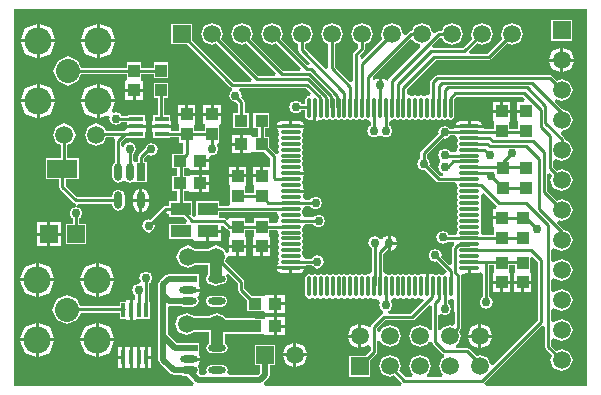
<source format=gtl>
%FSTAX23Y23*%
%MOIN*%
%SFA1B1*%

%IPPOS*%
%ADD10R,0.039370X0.043307*%
%ADD11R,0.043307X0.039370*%
%ADD12R,0.066929X0.043307*%
%ADD13R,0.045275X0.017717*%
%ADD14R,0.059055X0.059055*%
%ADD15R,0.100039X0.059055*%
%ADD16R,0.013780X0.047244*%
%ADD17R,0.027559X0.059055*%
%ADD18O,0.027559X0.059055*%
%ADD19O,0.011811X0.070866*%
%ADD20O,0.070866X0.011811*%
%ADD21R,0.059055X0.023622*%
%ADD22O,0.059055X0.023622*%
%ADD23C,0.010000*%
%ADD24C,0.039370*%
%ADD25C,0.019685*%
%ADD26C,0.030000*%
%ADD27C,0.059055*%
%ADD28C,0.080000*%
%ADD29C,0.090000*%
%ADD30R,0.059055X0.059055*%
%ADD31C,0.010000*%
%LNfpga_radio-1*%
%LPD*%
G36*
X02435Y02648D02*
X02437Y02641D01*
X02457Y02633*
X02459Y02623*
X02356Y0252*
X02353Y02512*
X02344Y02516*
X0233Y02522*
Y02497*
X0232*
Y02522*
X02306Y02516*
X02306Y02515*
X02303Y02515*
X023Y02525*
X02425Y0265*
X02435Y02648*
G37*
G36*
X0285Y01909D02*
Y01712D01*
X02702Y01565*
X02692Y01567*
X02684Y01587*
X02657Y01598*
X02648Y01594*
X02623Y01618*
X02616Y01622*
X02579*
X02577Y01631*
X02584Y01634*
X02595Y01661*
X02588Y01676*
X02592Y0168*
X02593Y01682*
X02595Y01688*
Y01864*
X02612Y01871*
X02617*
Y01888*
X02627*
Y01871*
X02651*
X0266Y01874*
X02668Y01869*
Y0179*
X02663Y01788*
X02657Y01773*
X02663Y01758*
X02679Y01751*
X02694Y01758*
X027Y01773*
X02694Y01788*
X02689Y0179*
Y01897*
X02705*
Y0188*
Y01876*
X027Y01871*
Y01845*
X02759*
Y01871*
X02754*
Y0188*
Y01897*
X02775*
Y0188*
Y01876*
X0277Y01871*
Y01845*
X02829*
Y01871*
X02824*
Y0188*
Y01922*
X02833Y01926*
X0285Y01909*
G37*
G36*
X02712Y02097D02*
X02714Y02096D01*
X02712Y02086*
X027*
Y0206*
X0273*
Y0205*
X027*
Y02023*
X02705*
Y02014*
Y01998*
X02668*
X02663Y02006*
X02663Y02006*
X0266Y02015*
X02663Y02026*
X0266Y02034*
X02663Y02046*
X02663Y02046*
X0266Y02054*
Y02057*
X02663Y02065*
X0266Y02074*
X02663Y02085*
X0266Y02093*
X02663Y02104*
X02663Y02105*
X0266Y02113*
X02663Y02125*
X02661Y02129*
X02665Y02136*
X0267Y02139*
X02712Y02097*
G37*
G36*
X02573Y01782D02*
X02574Y017D01*
X02565Y01695*
X02557Y01698*
X02531Y01687*
X02528Y0168*
X02518Y01682*
Y0173*
X02527Y01736*
X02541Y0173*
X02556Y01736*
X02562Y01751*
X02556Y01767*
X02552Y01769*
Y01781*
X0256Y01786*
X02561Y01786*
X02564Y01787*
X02573Y01782*
G37*
G36*
X02454Y01789D02*
X02462Y01786D01*
X02463Y01786*
X02464Y01787*
X0247Y01778*
X02426Y01735*
X02354*
X02352Y01745*
X0236Y01748*
X02366Y01763*
X0236Y01777*
X02364Y01786*
X02372Y01789*
X02375*
X02384Y01786*
X02392Y01789*
X02395*
X02403Y01786*
X02403Y01786*
X02412Y01789*
X02415*
X02423Y01786*
X02431Y01789*
X02434*
X02443Y01786*
X02443Y01786*
X02451Y01789*
X02454*
G37*
G36*
X02581Y02322D02*
X0258Y02321D01*
X02584Y02313*
Y0231*
X0258Y02302*
X02581Y02301*
X02584Y02293*
Y0229*
X0258Y02282*
X02581Y02281*
X02575Y02273*
X02558*
X02555Y0228*
X0254Y02286*
X02524Y0228*
X02518Y02265*
X02524Y02249*
Y0224*
X02518Y02225*
X02524Y02209*
X02536Y02204*
X02534Y02194*
X02525*
X02489Y0223*
X02491Y02235*
X02485Y0225*
X0248Y02252*
Y02265*
X02535Y0232*
X0254Y02318*
X02555Y02324*
X02557Y0233*
X02575*
X02581Y02322*
G37*
G36*
X03015Y01496D02*
X02677D01*
X02673Y01505*
X02862Y01694*
X02872Y01693*
X02874Y0169*
Y01625*
X02877Y01617*
X02898Y01595*
X02892Y01581*
X02903Y01554*
X0293Y01543*
X02956Y01554*
X02967Y01581*
X02956Y01607*
X0293Y01618*
X02913Y01611*
X02895Y01629*
Y01649*
X02903Y01654*
X0293Y01643*
X02956Y01654*
X02967Y01681*
X02956Y01707*
X0293Y01718*
X02903Y01707*
X02895Y01713*
Y01749*
X02903Y01754*
X0293Y01743*
X02956Y01754*
X02967Y01781*
X02956Y01807*
X0293Y01818*
X02903Y01807*
X02895Y01813*
Y01849*
X02903Y01854*
X0293Y01843*
X02956Y01854*
X02967Y01881*
X02956Y01907*
X0293Y01918*
X02903Y01907*
X02895Y01913*
Y01949*
X02903Y01954*
X0293Y01943*
X02956Y01954*
X02967Y01981*
X02956Y02007*
X02938Y02015*
X02937Y02016*
X02915Y02039*
X0292Y02047*
X0293Y02043*
X02956Y02054*
X02967Y02081*
X02956Y02107*
X0293Y02118*
X02913Y02111*
X0288Y02144*
Y022*
X0289Y02204*
X02898Y02195*
X02892Y02181*
X02903Y02154*
X0293Y02143*
X02956Y02154*
X02967Y02181*
X02956Y02207*
X0293Y02218*
X02913Y02211*
X029Y02224*
Y02246*
X02909Y02252*
X0293Y02243*
X02956Y02254*
X02967Y02281*
X02956Y02307*
X0294Y02314*
Y02317*
X02938Y02322*
X02937Y02324*
X02928Y02334*
X0293Y02343*
X02956Y02354*
X02967Y02381*
X02956Y02407*
X02933Y02417*
X02908Y02442*
X02913Y0245*
X0293Y02443*
X02956Y02454*
X02967Y02481*
X02956Y02507*
X0293Y02518*
X02913Y02511*
X02897Y02527*
X0289Y0253*
X02515*
X02511Y02529*
X02507Y02527*
X02494Y02514*
X02491Y02507*
Y02468*
X02483Y02463*
X02482Y02463*
X02474Y0246*
X02471*
X02462Y02463*
X02454Y0246*
X02451*
X02443Y02463*
X02443Y02463*
X02434Y0246*
X02431*
X02423Y02463*
X02422Y02463*
X02414Y02468*
Y02483*
X02511Y0258*
X02687*
X02695Y02583*
X02748Y02637*
X02764Y0263*
X0279Y02641*
X02801Y02668*
X0279Y02694*
X02764Y02705*
X02737Y02694*
X02727Y02668*
X02733Y02652*
X02683Y02602*
X02626*
X02622Y02611*
X02648Y02637*
X02664Y0263*
X0269Y02641*
X02701Y02668*
X0269Y02694*
X02664Y02705*
X02637Y02694*
X02627Y02668*
X02633Y02652*
X02601Y02621*
X02503*
X02498Y02629*
X02499Y02632*
X02523Y02655*
X02532Y02653*
X02537Y02641*
X02564Y0263*
X0259Y02641*
X02601Y02668*
X0259Y02694*
X02564Y02705*
X02537Y02694*
X02531Y02679*
X0252*
X02514Y02676*
X02512Y02675*
X02509Y02672*
X02499Y02674*
X0249Y02694*
X02464Y02705*
X02437Y02694*
X02431Y02679*
X02428*
X02422Y02676*
X0242Y02675*
X02411Y02666*
X02401Y02668*
X0239Y02694*
X02364Y02705*
X02337Y02694*
X02327Y02668*
X02333Y02652*
X02266Y02585*
X0226Y02587*
X02258Y02597*
X02272Y0261*
X02275Y02618*
Y02635*
X0229Y02641*
X02301Y02668*
X0229Y02694*
X02264Y02705*
X02237Y02694*
X02227Y02668*
X02237Y02641*
X02253Y02635*
Y02622*
X02238Y02607*
X02235Y026*
Y02511*
X02226Y02507*
X02175Y02558*
Y02635*
X0219Y02641*
X02201Y02668*
X0219Y02694*
X02164Y02705*
X02137Y02694*
X02127Y02668*
X02137Y02641*
X02153Y02635*
Y02554*
X02144Y0255*
X02075Y02619*
Y02635*
X0209Y02641*
X02101Y02668*
X0209Y02694*
X02064Y02705*
X02037Y02694*
X02027Y02668*
X02037Y02641*
X02053Y02635*
Y02614*
X02056Y02607*
X02088Y02575*
X0209Y02571*
X02084Y02566*
X02081Y02566*
X01995Y02652*
X02001Y02668*
X0199Y02694*
X01964Y02705*
X01937Y02694*
X01927Y02668*
X01937Y02641*
X01964Y0263*
X01979Y02637*
X02061Y02555*
X02058Y02546*
X02001*
X01895Y02652*
X01901Y02668*
X0189Y02694*
X01864Y02705*
X01837Y02694*
X01827Y02668*
X01837Y02641*
X01864Y0263*
X01879Y02637*
X01979Y02537*
X01975Y02528*
X01919*
X01795Y02652*
X01801Y02668*
X0179Y02694*
X01764Y02705*
X01737Y02694*
X01727Y02668*
X01737Y02641*
X01764Y0263*
X01779Y02637*
X01898Y02519*
X01894Y02509*
X01838*
X01698Y02649*
Y02702*
X01629*
Y02633*
X01683*
X01826Y02491*
X01828Y0249*
X0183Y02489*
Y02479*
X01827Y02477*
X0182Y02462*
X01827Y02447*
X01842Y0244*
X01844Y02441*
X01852Y02436*
Y02403*
X01836*
Y02354*
X01889*
Y02403*
X01874*
Y02441*
X01872Y02445*
X0187Y02449*
X01862Y02458*
X01864Y02462*
X01857Y02477*
X01856Y02478*
X01858Y02488*
X02079*
X02096Y02471*
X0209Y02462*
X02089Y02463*
X02088Y02463*
X0208Y0246*
X0208Y02459*
X02076Y02451*
Y02435*
X02062*
X0206Y0244*
X02045Y02446*
X02029Y0244*
X02023Y02425*
X02029Y02409*
X02045Y02403*
X0206Y02409*
X02062Y02414*
X02076*
Y02392*
X0208Y02385*
X0208Y02384*
X02088Y0238*
X02089Y02381*
X02092Y02382*
X02096Y0238*
X02103Y02377*
Y02422*
X02113*
Y02377*
X0212Y0238*
X02124Y02382*
X02128Y0238*
X02136Y02384*
X02139*
X02147Y0238*
X02148Y02381*
X02156Y02384*
X02159*
X02167Y0238*
X02175Y02384*
X02178*
X02187Y0238*
X02195Y02384*
X02198*
X02206Y02381*
X02206Y0238*
X02215Y02384*
X02218*
X02226Y0238*
X02234Y02384*
X02237*
X02246Y0238*
X02246Y02381*
X02254Y02384*
X02257*
X02265Y0238*
X02274Y02384*
X02277*
X02285Y0238*
X02286Y02381*
X02294Y02375*
Y02362*
X02289Y0236*
X02283Y02345*
X02289Y02329*
X02305Y02323*
X0232Y02329*
X02329*
X02345Y02323*
X0236Y02329*
X02366Y02345*
X0236Y0236*
X02355Y02362*
Y02375*
X02364Y02381*
X02364Y0238*
X02372Y02384*
X02375*
X02384Y0238*
X02392Y02384*
X02395*
X02403Y02381*
X02403Y0238*
X02412Y02384*
X02415*
X02423Y0238*
X02431Y02384*
X02434*
X02443Y0238*
X02443Y02381*
X02451Y02384*
X02454*
X02462Y0238*
X02471Y02384*
X02474*
X02482Y0238*
X0249Y02384*
X02493*
X02502Y0238*
X0251Y02384*
X02513*
X02521Y02381*
X02521Y0238*
X0253Y02384*
X02533*
X02541Y0238*
X02542Y02381*
X02549Y02384*
X02552*
X02561Y0238*
X02561Y02381*
X02569Y02384*
X02573Y02392*
Y02451*
X02572Y02452*
X02579Y02459*
X028*
X02809Y0245*
X02805Y02441*
X0278*
Y02415*
X0281*
Y02405*
X0278*
Y02378*
X02785*
Y02369*
Y02352*
X02754*
Y02369*
Y02373*
X02759Y02378*
Y02405*
X027*
Y02378*
X02705*
Y02369*
Y02352*
X02674*
X02671Y02356*
X02572*
X0257Y02352*
X02556*
X02555Y02355*
X0254Y02361*
X02524Y02355*
X02518Y0234*
X0252Y02335*
X02462Y02277*
X02459Y0227*
Y02252*
X02454Y0225*
X02448Y02235*
X02454Y02219*
X0247Y02213*
X02474Y02215*
X02513Y02176*
X02515Y02175*
X0252Y02173*
X02575*
X02581Y02164*
X0258Y02164*
X02584Y02156*
Y02153*
X02581Y02145*
X0258Y02144*
X02584Y02136*
Y02133*
X0258Y02125*
X02584Y02116*
Y02113*
X0258Y02105*
X02581Y02104*
X02584Y02096*
Y02093*
X0258Y02085*
X02584Y02077*
Y02074*
X0258Y02065*
X02584Y02057*
Y02054*
X02581Y02046*
X0258Y02046*
X02584Y02037*
Y02034*
X0258Y02026*
X02584Y02018*
Y02015*
X0258Y02006*
X02581Y02006*
X02575Y01998*
X02553*
X0255Y02005*
X02535Y02011*
X02519Y02005*
X02513Y0199*
X02519Y01974*
X02535Y01968*
X0255Y01974*
X02551Y01976*
X02568*
X0257Y01975*
X02572Y01965*
X02569Y01962*
X02565Y01954*
Y01902*
X02556Y01898*
X02528Y01926*
X0253Y01931*
X02524Y01946*
X02508Y01952*
X02493Y01946*
X02487Y01931*
X02493Y01915*
X02508Y01909*
X02513Y01911*
X02547Y01877*
X02541Y01868*
X02541Y01869*
X02533Y01865*
X0253*
X02521Y01869*
X02521Y01868*
X02513Y01865*
X0251*
X02502Y01869*
X02501Y01868*
X02498Y01867*
X02494Y01869*
X02487Y01872*
Y01827*
X02477*
Y01872*
X0247Y01869*
X02466Y01867*
X02463Y01868*
X02462Y01869*
X02454Y01865*
X02451*
X02443Y01868*
X02443Y01869*
X02434Y01865*
X02431*
X02423Y01869*
X02415Y01865*
X02412*
X02403Y01869*
X02403Y01868*
X02395Y01865*
X02392*
X02384Y01869*
X02375Y01865*
X02372*
X02364Y01869*
X02356Y01865*
X02353*
X02344Y01869*
X02344Y01868*
X02335Y01874*
Y01936*
X02347Y01947*
X0235Y01946*
Y01971*
Y01996*
X02336Y0199*
X02334Y01985*
X02324*
X02323Y01987*
X02308Y01994*
X02292Y01987*
X02286Y01972*
X02292Y01957*
X02297Y01955*
Y01873*
X02288Y01867*
X02285Y01869*
X02277Y01865*
X02274*
X02265Y01869*
X02257Y01865*
X02254*
X02246Y01868*
X02246Y01869*
X02237Y01865*
X02234*
X02226Y01869*
X02218Y01865*
X02215*
X02206Y01869*
X02206Y01868*
X02198Y01865*
X02195*
X02187Y01869*
X02178Y01865*
X02175*
X02167Y01869*
X02159Y01865*
X02156*
X02148Y01868*
X02147Y01869*
X02139Y01865*
X02136*
X02128Y01869*
X02119Y01865*
X02116*
X02108Y01869*
X02107Y01868*
X021Y01865*
X02097*
X02088Y01869*
X02088Y01868*
X0208Y01865*
X02076Y01857*
Y01798*
X0208Y01789*
X02088Y01786*
X02088Y01786*
X02097Y01789*
X021*
X02107Y01786*
X02108Y01786*
X02116Y01789*
X02119*
X02128Y01786*
X02136Y01789*
X02139*
X02147Y01786*
X02148Y01786*
X02156Y01789*
X02159*
X02167Y01786*
X02175Y01789*
X02178*
X02187Y01786*
X02195Y01789*
X02198*
X02206Y01786*
X02206Y01786*
X02215Y01789*
X02218*
X02226Y01786*
X02234Y01789*
X02237*
X02246Y01786*
X02246Y01786*
X02254Y01789*
X02257*
X02265Y01786*
X02274Y01789*
X02277*
X02285Y01786*
X02293Y01789*
X02296*
X02305Y01786*
X02308Y01787*
X02312Y01786*
X02323Y01781*
X02326Y01772*
X02323Y01763*
X02329Y01748*
X02336Y01745*
Y01735*
X02332Y01733*
X0233Y01732*
X02298Y017*
X02295Y01692*
X02294Y01692*
X02288Y01691*
X02262Y01701*
Y01661*
Y0162*
X02286Y0163*
X02295Y01624*
Y01613*
X02277Y01595*
X02223*
Y01526*
X02292*
Y0158*
X02313Y01601*
X02314Y01603*
X02316Y01609*
Y01644*
X02326Y01645*
X02331Y01634*
X02357Y01623*
X02384Y01634*
X02395Y01661*
X02384Y01687*
X02357Y01698*
X02331Y01687*
X02326Y01676*
X02316Y01678*
Y01688*
X02342Y01713*
X02431*
X02438Y01716*
X02487Y01765*
X02497Y01761*
Y01682*
X02487Y0168*
X02484Y01687*
X02457Y01698*
X02431Y01687*
X0242Y01661*
X02431Y01634*
X02457Y01623*
X02484Y01634*
X02486Y0164*
X02497*
X025Y01633*
X02529Y01603*
X02537Y016*
Y01589*
X02531Y01587*
X0252Y01561*
X02531Y01534*
X02534Y01533*
X02532Y01523*
X02483*
X02481Y01533*
X02484Y01534*
X02495Y01561*
X02484Y01587*
X02457Y01598*
X02431Y01587*
X0242Y01561*
X02431Y01534*
X02434Y01533*
X02432Y01523*
X0241*
X02388Y01545*
X02395Y01561*
X02384Y01587*
X02357Y01598*
X02331Y01587*
X0232Y01561*
X02331Y01534*
X02357Y01523*
X02373Y0153*
X02398Y01505*
X02394Y01496*
X01941*
X01937Y01505*
X01953Y01521*
X01954Y01524*
X01957Y01532*
Y01563*
X01976*
Y01632*
X01907*
Y01563*
X01925*
Y01539*
X01919Y01532*
X0182*
X01814Y01541*
X01817Y01547*
X01812Y0156*
X01799Y01565*
X01763*
X0175Y0156*
X01745Y01547*
X01748Y01541*
X01742Y01532*
X01725*
X0172Y01541*
X01722Y01547*
X01717Y0156*
X01721Y01567*
X01726Y01579*
X01687*
Y01589*
X01726*
X01721Y01601*
X0172Y01601*
X01721Y01605*
Y01638*
X01652*
Y01638*
X01647*
X01618Y01667*
Y01759*
X01622Y01761*
X01663*
X01668Y01759*
X01703*
X01716Y01764*
X01721Y01777*
X01716Y0179*
X0172Y01798*
X01725Y01809*
X01686*
Y01819*
X01725*
X0172Y01831*
X01719Y01831*
X0172Y01835*
Y01869*
X01651*
Y01868*
X0162*
X01614Y01866*
X01608Y01863*
X0159Y01846*
X01586Y01834*
Y01797*
Y0166*
Y01582*
X0159Y01571*
X01626Y01535*
X01632Y01533*
X01637Y01531*
X01664*
X01669Y01529*
X01682*
X01706Y01505*
X01702Y01496*
X01106*
Y0275*
X01108Y02751*
X01108Y02752*
X03015*
Y01496*
G37*
%LNfpga_radio-2*%
%LPC*%
G36*
X01778Y01963D02*
X01752Y01952D01*
X01709*
X01684Y01963*
X01657Y01952*
X01646Y01926*
X01657Y01899*
X01684Y01888*
X01709Y01899*
X01751*
Y01866*
X01749Y01865*
X01744Y01852*
X01749Y01839*
X01759Y01835*
Y01835*
X01778Y01827*
X01794Y01834*
X01798*
X01811Y01839*
X01816Y01852*
X01811Y01863*
X01819Y01869*
X01851Y01838*
Y01814*
X01854Y01807*
X01881Y0178*
Y01744*
X01935*
X01938*
X01943Y01739*
X0197*
Y01768*
Y01798*
X01943*
Y01793*
X01935*
X01899*
X01873Y01819*
Y01842*
X0187Y01847*
X01869Y0185*
X01809Y0191*
X01815Y01926*
X01816Y01926*
X0182Y01928*
X01845*
Y01955*
X0182*
Y01941*
X0181Y01939*
X01804Y01952*
X01778Y01963*
G37*
G36*
X01377Y01844D02*
X01325D01*
X0134Y01806*
X01377Y01791*
Y01844*
G37*
G36*
X02759Y01835D02*
X02735D01*
Y01808*
X02759*
Y01835*
G37*
G36*
X02725D02*
X027D01*
Y01808*
X02725*
Y01835*
G37*
G36*
X01439Y01844D02*
X01387D01*
Y01791*
X01424Y01806*
X01439Y01844*
G37*
G36*
X01239D02*
X01187D01*
Y01791*
X01224Y01806*
X01239Y01844*
G37*
G36*
X01798Y01795D02*
X01762D01*
X01749Y0179*
X01744Y01777*
X01749Y01764*
X01762Y01759*
X01798*
X01811Y01764*
X01816Y01777*
X01811Y0179*
X01798Y01795*
G37*
G36*
X02007Y01763D02*
X0198D01*
Y01739*
X02007*
Y01763*
G37*
G36*
Y01798D02*
X0198D01*
Y01773*
X02007*
Y01798*
G37*
G36*
X01177Y01844D02*
X01125D01*
X0114Y01806*
X01177Y01791*
Y01844*
G37*
G36*
X01216Y01996D02*
X01181D01*
Y01962*
X01216*
Y01996*
G37*
G36*
X02795Y01835D02*
X0277D01*
Y01808*
X02795*
Y01835*
G37*
G36*
X01387Y01906D02*
Y01854D01*
X01439*
X01424Y01891*
X01387Y01906*
G37*
G36*
X01925Y01955D02*
X019D01*
Y01928*
X01925*
Y01955*
G37*
G36*
X01377Y01906D02*
X0134Y01891D01*
X01325Y01854*
X01377*
Y01906*
G37*
G36*
X01879Y01955D02*
X01855D01*
Y01928*
X01879*
Y01955*
G37*
G36*
X02072Y01883D02*
X02032D01*
Y01871*
X02057*
X02069Y01876*
X02072Y01883*
G37*
G36*
X02022D02*
X01983D01*
X01986Y01876*
X01998Y01871*
X02022*
Y01883*
G37*
G36*
X0238Y01966D02*
X0236D01*
Y01946*
X02374Y01952*
X0238Y01966*
G37*
G36*
X01545Y01876D02*
X01529Y0187D01*
X01523Y01855*
X01528Y01843*
X01521Y01836*
X0152Y01836*
X01504Y0183*
X01498Y01815*
X01504Y01799*
X01509Y01797*
Y01781*
X015*
Y01748*
Y01714*
X01511*
Y01719*
X01532*
X01534*
X01558*
Y01776*
X01555*
Y01837*
X0156Y01839*
X01566Y01855*
X0156Y0187*
X01545Y01876*
G37*
G36*
X02829Y01835D02*
X02805D01*
Y01808*
X02829*
Y01835*
G37*
G36*
X01187Y01906D02*
Y01854D01*
X01239*
X01224Y01891*
X01187Y01906*
G37*
G36*
X01177D02*
X0114Y01891D01*
X01125Y01854*
X01177*
Y01906*
G37*
G36*
X01959Y01955D02*
X01935D01*
Y01928*
X01959*
Y01955*
G37*
G36*
X01377Y01644D02*
X01325D01*
X0134Y01606*
X01377Y01591*
Y01644*
G37*
G36*
X01239D02*
X01187D01*
Y01591*
X01224Y01606*
X01239Y01644*
G37*
G36*
X01177D02*
X01125D01*
X0114Y01606*
X01177Y01591*
Y01644*
G37*
G36*
X01439D02*
X01387D01*
Y01591*
X01424Y01606*
X01439Y01644*
G37*
G36*
X02036Y01639D02*
X02011Y01628D01*
X02001Y01603*
X02036*
Y01639*
G37*
G36*
X01563Y01624D02*
X01551D01*
Y01595*
X01563*
Y01624*
G37*
G36*
X01464D02*
X01452D01*
Y01595*
X01464*
Y01624*
G37*
G36*
X01515D02*
X015D01*
Y0159*
Y01556*
X01515*
Y0159*
Y01624*
G37*
G36*
X0149D02*
X01474D01*
Y0159*
Y01556*
X0149*
Y0159*
Y01624*
G37*
G36*
X01464Y01585D02*
X01452D01*
Y01556*
X01464*
Y01585*
G37*
G36*
X01541Y01624D02*
X01525D01*
Y0159*
Y01556*
X01541*
Y0159*
Y01624*
G37*
G36*
X02082Y01593D02*
X02046D01*
Y01557*
X02072Y01568*
X02082Y01593*
G37*
G36*
X02036D02*
X02001D01*
X02011Y01568*
X02036Y01557*
Y01593*
G37*
G36*
X01563Y01585D02*
X01551D01*
Y01556*
X01563*
Y01585*
G37*
G36*
X02046Y01639D02*
Y01603D01*
X02082*
X02072Y01628*
X02046Y01639*
G37*
G36*
X02652Y01701D02*
X02627Y01691D01*
X02617Y01666*
X02652*
Y01701*
G37*
G36*
X02252D02*
X02227Y01691D01*
X02217Y01666*
X02252*
Y01701*
G37*
G36*
X02007Y01688D02*
X0198D01*
Y01664*
X02007*
Y01688*
G37*
G36*
X02662Y01701D02*
Y01666D01*
X02698*
X02688Y01691*
X02662Y01701*
G37*
G36*
X0178Y01738D02*
X01754Y01727D01*
X01705*
X0168Y01738*
X01653Y01727*
X01642Y017*
X01653Y01674*
X0168Y01663*
X01705Y01674*
X01754*
Y01636*
X0175Y01634*
X01745Y01622*
X0175Y01609*
X01763Y01603*
X01799*
X01812Y01609*
X01817Y01622*
X01812Y01634*
X01808Y01636*
Y01667*
X01908*
X01913Y01669*
X01935*
X01938*
X01943Y01664*
X0197*
Y01693*
Y01723*
X01943*
Y01718*
X01935*
X01913*
X01908Y0172*
X01809*
X01806Y01727*
X0178Y01738*
G37*
G36*
X01282Y01797D02*
X01248Y01783D01*
X01233Y01749*
X01248Y01714*
X01282Y017*
X01316Y01714*
X01327Y01739*
X01457*
Y01719*
X01478*
Y01714*
X0149*
Y01748*
Y01781*
X01478*
Y01776*
X01457*
Y0176*
X01326*
X01316Y01783*
X01282Y01797*
G37*
G36*
X02007Y01723D02*
X0198D01*
Y01698*
X02007*
Y01723*
G37*
G36*
X02698Y01656D02*
X02662D01*
Y0162*
X02688Y0163*
X02698Y01656*
G37*
G36*
X02652D02*
X02617D01*
X02627Y0163*
X02652Y0162*
Y01656*
G37*
G36*
X02252D02*
X02217D01*
X02227Y0163*
X02252Y0162*
Y01656*
G37*
G36*
X01177Y01706D02*
X0114Y01691D01*
X01125Y01654*
X01177*
Y01706*
G37*
G36*
X01387D02*
Y01654D01*
X01439*
X01424Y01691*
X01387Y01706*
G37*
G36*
X01377D02*
X0134Y01691D01*
X01325Y01654*
X01377*
Y01706*
G37*
G36*
X01187D02*
Y01654D01*
X01239*
X01224Y01691*
X01187Y01706*
G37*
G36*
X01534Y02475D02*
X0151D01*
Y02448*
X01534*
Y02475*
G37*
G36*
X015D02*
X01475D01*
Y02448*
X015*
Y02475*
G37*
G36*
X02759Y02441D02*
X02735D01*
Y02415*
X02759*
Y02441*
G37*
G36*
X0118Y02502D02*
X01142Y02487D01*
X01127Y0245*
X0118*
Y02502*
G37*
G36*
X0139D02*
Y0245D01*
X01442*
X01427Y02487*
X0139Y02502*
G37*
G36*
X0138D02*
X01342Y02487D01*
X01327Y0245*
X0138*
Y02502*
G37*
G36*
X0119D02*
Y0245D01*
X01242*
X01227Y02487*
X0119Y02502*
G37*
G36*
X01675Y02431D02*
X0165D01*
Y02405*
X01675*
Y02431*
G37*
G36*
X0138Y0244D02*
X01327D01*
X01342Y02402*
X0138Y02387*
Y0244*
G37*
G36*
X01242D02*
X0119D01*
Y02387*
X01227Y02402*
X01242Y0244*
G37*
G36*
X01709Y02431D02*
X01685D01*
Y02405*
X01709*
Y02431*
G37*
G36*
X02725Y02441D02*
X027D01*
Y02415*
X02725*
Y02441*
G37*
G36*
X01794Y02431D02*
X0177D01*
Y02405*
X01794*
Y02431*
G37*
G36*
X0176D02*
X01735D01*
Y02405*
X0176*
Y02431*
G37*
G36*
X02964Y02715D02*
X02895D01*
Y02646*
X02964*
Y02715*
G37*
G36*
X01442Y0264D02*
X0139D01*
Y02587*
X01427Y02602*
X01442Y0264*
G37*
G36*
X0138D02*
X01327D01*
X01342Y02602*
X0138Y02587*
Y0264*
G37*
G36*
X0118Y02702D02*
X01142Y02687D01*
X01127Y0265*
X0118*
Y02702*
G37*
G36*
X0139D02*
Y0265D01*
X01442*
X01427Y02687*
X0139Y02702*
G37*
G36*
X0138D02*
X01342Y02687D01*
X01327Y0265*
X0138*
Y02702*
G37*
G36*
X0119D02*
Y0265D01*
X01242*
X01227Y02687*
X0119Y02702*
G37*
G36*
X0297Y02576D02*
X02935D01*
Y0254*
X0296Y0255*
X0297Y02576*
G37*
G36*
X02925D02*
X02889D01*
X02899Y0255*
X02925Y0254*
Y02576*
G37*
G36*
X01285Y02593D02*
X0125Y02579D01*
X01236Y02545*
X0125Y0251*
X01285Y02496*
X01319Y0251*
X01329Y02534*
X0148*
Y0252*
Y02516*
X01475Y02511*
Y02485*
X01534*
Y02511*
X01529*
Y0252*
Y02534*
X0157*
Y0252*
X01619*
Y02573*
X0157*
Y02555*
X01529*
Y02573*
X0148*
Y02555*
X01329*
X01319Y02579*
X01285Y02593*
G37*
G36*
X02925Y02621D02*
X02899Y02611D01*
X02889Y02586*
X02925*
Y02621*
G37*
G36*
X01242Y0264D02*
X0119D01*
Y02587*
X01227Y02602*
X01242Y0264*
G37*
G36*
X0118D02*
X01127D01*
X01142Y02602*
X0118Y02587*
Y0264*
G37*
G36*
X02935Y02621D02*
Y02586D01*
X0297*
X0296Y02611*
X02935Y02621*
G37*
G36*
X01533Y02152D02*
Y02118D01*
X01554*
Y02128*
X01546Y02147*
X01533Y02152*
G37*
G36*
X01523D02*
X0151Y02147D01*
X01502Y02128*
Y02118*
X01523*
Y02152*
G37*
G36*
X01272Y0237D02*
X01246Y02359D01*
X01235Y02332*
X01246Y02306*
X01261Y02299*
Y02253*
X01211*
Y02183*
X01255*
Y02158*
X01259Y0215*
X01304Y02105*
X01311Y02102*
Y02102*
Y02092*
Y02092*
X01296Y02086*
X0129Y0207*
X01296Y02055*
X01301Y02053*
Y02036*
X01277*
Y01967*
X01346*
Y02036*
X01322*
Y02053*
X01327Y02055*
X01333Y0207*
X01327Y02086*
X01312Y02092*
Y02095*
X01319Y02102*
X01433*
Y02097*
X01439Y02083*
X01453Y02077*
X01468Y02083*
X01474Y02097*
Y02128*
X01468Y02143*
X01453Y02149*
X01439Y02143*
X01433Y02128*
Y02124*
X01316*
X01277Y02162*
Y02183*
X01321*
Y02253*
X01283*
Y02299*
X01299Y02306*
X0131Y02332*
X01299Y02359*
X01272Y0237*
G37*
G36*
X01845Y02226D02*
X0182D01*
Y022*
X01845*
Y02226*
G37*
G36*
X01756Y02199D02*
X0173D01*
Y02175*
X01756*
Y02199*
G37*
G36*
Y02165D02*
X0173D01*
Y0214*
X01756*
Y02165*
G37*
G36*
X01554Y02108D02*
X01533D01*
Y02073*
X01546Y02079*
X01554Y02097*
Y02108*
G37*
G36*
X01794Y02005D02*
X01755D01*
Y01978*
X01794*
Y02005*
G37*
G36*
X0236Y01996D02*
Y01976D01*
X0238*
X02374Y0199*
X0236Y01996*
G37*
G36*
X0126Y01996D02*
X01226D01*
Y01962*
X0126*
Y01996*
G37*
G36*
X01523Y02108D02*
X01502D01*
Y02097*
X0151Y02079*
X01523Y02073*
Y02108*
G37*
G36*
X0126Y02041D02*
X01226D01*
Y02006*
X0126*
Y02041*
G37*
G36*
X01216D02*
X01181D01*
Y02006*
X01216*
Y02041*
G37*
G36*
X01879Y02226D02*
X01855D01*
Y022*
X01879*
Y02226*
G37*
G36*
X02057Y02378D02*
X02032D01*
Y02366*
X02072*
X02069Y02373*
X02057Y02378*
G37*
G36*
X02022D02*
X01998D01*
X01986Y02373*
X01983Y02366*
X02022*
Y02378*
G37*
G36*
X01619Y02506D02*
X0157D01*
Y02453*
X01584*
Y02399*
X01569*
Y02378*
X01564*
Y02365*
X01629*
Y02378*
X01624*
Y02399*
X01605*
Y02453*
X01619*
Y02506*
G37*
G36*
X0118Y0244D02*
X01127D01*
X01142Y02402*
X0118Y02387*
Y0244*
G37*
G36*
X02651Y02378D02*
X02627D01*
Y02366*
X02666*
X02663Y02373*
X02651Y02378*
G37*
G36*
X02617D02*
X02592D01*
X0258Y02373*
X02577Y02366*
X02617*
Y02378*
G37*
G36*
X01442Y0244D02*
X0139D01*
Y02387*
X01419Y02399*
X01426Y02392*
X01423Y02385*
X01429Y0237*
X01445Y02363*
X0146Y0237*
X01462Y02374*
X0148*
Y02365*
X01545*
Y02378*
X0154*
Y02399*
X01485*
Y02396*
X01462*
X0146Y024*
X01445Y02407*
X01437Y02404*
X0143Y02411*
X01442Y0244*
G37*
G36*
X01858Y02296D02*
X01831D01*
Y02271*
X01858*
Y02296*
G37*
G36*
X01756Y0224D02*
X0173D01*
Y02215*
X01756*
Y0224*
G37*
G36*
X01925Y02226D02*
X019D01*
Y022*
X01925*
Y02226*
G37*
G36*
X01858Y0233D02*
X01831D01*
Y02306*
X01858*
Y0233*
G37*
G36*
X01956Y02403D02*
X01903D01*
Y02354*
X01919*
Y02325*
X01903*
X01899*
X01894Y0233*
X01868*
Y02301*
Y02271*
X01894*
Y02276*
X01903*
X01939*
X01959Y02256*
Y02226*
X01935*
Y02195*
X0193*
Y0219*
X019*
Y02163*
X01905*
Y02154*
Y02138*
X01874*
Y02154*
Y02158*
X01879Y02163*
Y0219*
X0182*
Y02163*
X01825*
Y02154*
Y02101*
X01819Y02095*
X01789*
Y02111*
X01712*
Y02061*
X01706Y02058*
X01698Y02064*
Y02111*
X0167*
Y02145*
X01684*
X01688*
X01693Y0214*
X0172*
Y0217*
Y02199*
X01693*
Y02194*
X01684*
X0167*
Y0222*
X01684*
X01688*
X01693Y02215*
X0172*
Y02245*
X01725*
Y0225*
X01756*
Y02257*
X01764Y02263*
X01765*
X0178Y02269*
X01786Y02285*
X01781Y02298*
X01786Y02306*
X01789*
Y02359*
Y02363*
X01794Y02368*
Y02395*
X01735*
Y02368*
X0174*
Y02359*
Y02345*
X01704*
Y02359*
Y02363*
X01709Y02368*
Y02395*
X0165*
Y02368*
X01655*
Y02359*
Y02345*
X01629*
Y02355*
X01564*
Y02341*
X01569*
Y0232*
X01624*
Y02323*
X01655*
Y02306*
X01669*
Y02272*
X01666Y02269*
X01631*
Y0222*
X01649*
Y02194*
X01631*
Y02145*
X01649*
Y02111*
X01621*
Y02095*
X0161*
X01605Y02093*
X01602Y02092*
X01558Y02048*
X01554Y0205*
X01538Y02043*
X01532Y02028*
X01538Y02013*
X01554Y02006*
X01569Y02013*
X01575Y02028*
X01573Y02033*
X01612Y02071*
X01621Y02067*
Y02058*
X01671*
X01683Y02045*
X01679Y02036*
X01621*
Y01983*
X01698*
X01702*
X01707Y01978*
X01745*
Y0201*
X0175*
Y02015*
X01794*
Y02027*
X01803Y02031*
X01815Y02019*
X01819Y02017*
X01823Y02016*
X01825Y02011*
Y02*
Y01996*
X0182Y01991*
Y01965*
X01879*
Y01991*
X01874*
Y02*
Y02015*
X01905*
Y02*
Y01996*
X019Y01991*
Y01965*
X01959*
Y01991*
X01954*
Y02*
Y02015*
X01981*
X01986Y02007*
X01986Y02006*
X01986Y02006*
X01989Y01998*
Y01995*
X01986Y01987*
X01989Y01978*
Y01975*
X01986Y01967*
X01989Y01959*
Y01956*
X01986Y01947*
X01989Y01939*
Y01936*
X01986Y01928*
X01986Y01928*
X01989Y01919*
Y01916*
X01986Y01908*
X01986Y01907*
X01987Y01905*
X01986Y019*
X01983Y01893*
X02077*
X02079Y01897*
X02099*
X02101Y01893*
X02116Y01886*
X02131Y01893*
X02138Y01908*
X02131Y01923*
X02116Y0193*
X02101Y01923*
X02099Y01919*
X02074*
X02068Y01927*
X02069Y01928*
X02068Y01928*
X02065Y01936*
Y01939*
X02069Y01947*
X02065Y01956*
X02069Y01967*
X02065Y01975*
X02069Y01987*
X02065Y01995*
X02068Y02006*
X02069Y02006*
X02065Y02015*
X02069Y02026*
X02074Y02035*
X02102*
X02104Y02029*
X0212Y02023*
X02135Y02029*
X02141Y02045*
X02135Y0206*
X0212Y02066*
X02104Y0206*
X02103Y02057*
X02074*
X02068Y02065*
X02069Y02065*
X02065Y02074*
X02069Y02085*
X02068Y02086*
X02074Y02094*
X02092*
X02094Y02089*
X0211Y02083*
X02125Y02089*
X02131Y02105*
X02125Y0212*
X0211Y02126*
X02094Y0212*
X02092Y02116*
X02074*
X02068Y02124*
X02069Y02125*
X02068Y02125*
X02067Y02128*
X02069Y02132*
X02072Y02139*
X02027*
Y02149*
X02072*
X02069Y02156*
X02067Y02161*
X02068Y02163*
X02069Y02164*
X02068Y02166*
X02065Y02172*
X02069Y02184*
X02068Y02184*
X02067Y02187*
X02069Y02191*
X02072Y02198*
X02027*
Y02208*
X02072*
X02069Y02215*
X02067Y0222*
X02069Y02223*
X02065Y02231*
Y02234*
X02069Y02243*
X02068Y02243*
X02065Y02251*
Y02254*
X02069Y02262*
X02065Y02271*
X02069Y02282*
X02065Y0229*
X02068Y02301*
X02069Y02302*
X02065Y0231*
X02069Y02321*
X02065Y0233*
X02069Y02341*
X02068Y02342*
X02067Y02344*
X02069Y02349*
X02072Y02356*
X01983*
X01986Y02349*
X01987Y02344*
X01986Y02342*
X01986Y02341*
X01989Y02333*
Y0233*
X01986Y02321*
X01989Y02313*
Y0231*
X01986Y02302*
X01986Y02301*
X01989Y02293*
Y0229*
X01986Y02282*
X01989Y02276*
X01983Y02267*
X01978*
X01978Y02268*
X01956Y02289*
Y02325*
X0194*
Y02354*
X01956*
Y02403*
G37*
G36*
X01378Y0237D02*
X01352Y02359D01*
X01341Y02332*
X01352Y02306*
X01378Y02295*
X01405Y02306*
X01412Y02323*
X01437*
X01442Y02315*
X0144Y02311*
Y02238*
X01439Y02237*
X01433Y02223*
Y02191*
X01439Y02177*
X01453Y02171*
X01468Y02177*
X01476*
X01491Y02171*
X01494Y02173*
X01509*
X01547*
Y02242*
X01539*
Y02254*
X01552Y02267*
X01563Y02262*
X01579Y02269*
X01585Y02284*
X01579Y02299*
X01563Y02306*
X01548Y02299*
X01544Y0229*
X0152Y02266*
X01517Y02258*
Y02242*
X01509*
X01509*
X01501Y02249*
Y02268*
X01506Y0227*
X01512Y02285*
X01506Y023*
X01491Y02307*
X01475Y023*
X01472Y02292*
X01462Y02294*
Y02306*
X01476Y0232*
X01485*
X0154*
Y02341*
X01545*
Y02355*
X0148*
X01475Y02345*
X01411*
X01405Y02359*
X01378Y0237*
G37*
%LNfpga_radio-3*%
%LPD*%
G36*
X01986Y02065D02*
D01*
X01989Y02057*
Y02054*
X01986Y02046*
X01986Y02046*
X01986Y02045*
X01981Y02037*
X01954*
Y02053*
X01905*
Y02037*
X01874*
Y02053*
X01825*
Y02053*
X01816Y02049*
X01812Y02052*
X01805Y02055*
X01789*
Y02058*
Y02073*
X01981*
X01986Y02065*
G37*
G54D10*
X01765Y024D03*
Y02333D03*
X0168Y024D03*
Y02333D03*
X028Y02055D03*
Y01988D03*
X0273Y02055D03*
Y01988D03*
X0281Y0241D03*
Y02343D03*
X0273Y0241D03*
Y02343D03*
X0281Y02155D03*
Y02221D03*
X02735Y02155D03*
Y02221D03*
X0193Y02195D03*
Y02128D03*
X0185Y02195D03*
Y02128D03*
X028Y0184D03*
Y01906D03*
X0273Y0184D03*
Y01906D03*
X01595Y0248D03*
Y02546D03*
X01505Y0248D03*
Y02546D03*
X0193Y0196D03*
Y02026D03*
X0185Y0196D03*
Y02026D03*
G54D11*
X01908Y01693D03*
X01975D03*
X01908Y01768D03*
X01975D03*
X0193Y02378D03*
X01863D03*
Y02301D03*
X0193D03*
X01725Y02245D03*
X01658D03*
X01725Y0217D03*
X01658D03*
G54D12*
X0166Y0201D03*
X0175D03*
X0166Y02084D03*
X0175D03*
G54D13*
X01597Y02385D03*
Y0236D03*
Y02334D03*
X01512D03*
Y0236D03*
Y02385D03*
G54D14*
X01312Y02001D03*
X01221D03*
X02257Y01561D03*
X01941Y01598D03*
X01664Y02668D03*
G54D15*
X01266Y02218D03*
G54D16*
X01469Y0159D03*
X01495D03*
X0152D03*
X01546D03*
X01469Y01748D03*
X01495D03*
X0152D03*
X01546D03*
G54D17*
X01528Y02207D03*
G54D18*
X01491Y02207D03*
X01453D03*
X01528Y02113D03*
X01453D03*
G54D19*
X02088Y02422D03*
X02108D03*
X02128D03*
X02147D03*
X02167D03*
X02187D03*
X02206D03*
X02226D03*
X02246D03*
X02265D03*
X02285D03*
X02305D03*
X02325D03*
X02344D03*
X02364D03*
X02384D03*
X02403D03*
X02423D03*
X02443D03*
X02462D03*
X02482D03*
X02502D03*
X02521D03*
X02541D03*
X02561D03*
Y01827D03*
X02541D03*
X02521D03*
X02502D03*
X02482D03*
X02462D03*
X02443D03*
X02423D03*
X02403D03*
X02384D03*
X02364D03*
X02344D03*
X02325D03*
X02305D03*
X02285D03*
X02265D03*
X02246D03*
X02226D03*
X02206D03*
X02187D03*
X02167D03*
X02147D03*
X02128D03*
X02108D03*
X02088D03*
G54D20*
X02622Y02361D03*
Y02341D03*
Y02321D03*
Y02302D03*
Y02282D03*
Y02262D03*
Y02243D03*
Y02223D03*
Y02203D03*
Y02184D03*
Y02164D03*
Y02144D03*
Y02125D03*
Y02105D03*
Y02085D03*
Y02065D03*
Y02046D03*
Y02026D03*
Y02006D03*
Y01987D03*
Y01967D03*
Y01947D03*
Y01928D03*
Y01908D03*
Y01888D03*
X02027D03*
Y01908D03*
Y01928D03*
Y01947D03*
Y01967D03*
Y01987D03*
Y02006D03*
Y02026D03*
Y02046D03*
Y02065D03*
Y02085D03*
Y02105D03*
Y02125D03*
Y02144D03*
Y02164D03*
Y02184D03*
Y02203D03*
Y02223D03*
Y02243D03*
Y02262D03*
Y02282D03*
Y02302D03*
Y02321D03*
Y02341D03*
Y02361D03*
G54D21*
X01686Y01852D03*
X01687Y01622D03*
G54D22*
X01686Y01814D03*
Y01777D03*
X0178Y01852D03*
Y01777D03*
X01687Y01584D03*
Y01547D03*
X01781Y01622D03*
Y01547D03*
G54D23*
X01778Y01926D02*
X01862Y01842D01*
Y01814D02*
Y01842D01*
Y01814D02*
X01908Y01768D01*
X02557Y01661D02*
X02585Y01688D01*
X02665Y01512D02*
X02861Y01708D01*
Y01914*
X02357Y01561D02*
X02406Y01512D01*
X02665*
X02541Y01751D02*
Y01827D01*
X02616Y01611D02*
X02657Y01569D01*
X02537Y01611D02*
X02616D01*
X02507Y0164D02*
X02537Y01611D01*
X02507Y01772D02*
X02521Y01786D01*
X02507Y0164D02*
Y01772D01*
X02657Y01561D02*
Y01569D01*
X02257Y01561D02*
X02306Y01609D01*
Y01692*
X02337Y01724*
X02431*
X02325Y01941D02*
X02355Y01971D01*
X02325Y01827D02*
Y01941D01*
X02827Y01947D02*
X02861Y01914D01*
X0281Y02105D02*
X02884Y0203D01*
X02679Y01908D02*
X02798D01*
X02622D02*
X02679D01*
Y01773D02*
Y01908D01*
X02561Y01827D02*
Y01878D01*
X02508Y01931D02*
X02561Y01878D01*
X02308Y0183D02*
Y01972D01*
X02813Y02055D02*
X02848Y02019D01*
X028Y02055D02*
X02813D01*
X02515Y0252D02*
X0289D01*
X0253Y02505D02*
X0283D01*
X02521Y02496D02*
X0253Y02505D01*
X0255Y0249D02*
X02815D01*
X02541Y02481D02*
X0255Y0249D01*
X0247Y02235D02*
Y0227D01*
X0254Y0234*
X0247Y02235D02*
X0252Y02184D01*
X02622*
X02621Y02185D02*
X02622Y02184D01*
X01445Y02385D02*
X01512D01*
X0273Y02055D02*
X028D01*
X02686Y02203D02*
X02735Y02155D01*
X02622Y02203D02*
X02686D01*
X02735Y02155D02*
X0281D01*
Y02295D02*
X02855Y0225D01*
Y02084D02*
Y0225D01*
X0287Y0214D02*
X0293Y0208D01*
X0287Y0214D02*
Y02275D01*
X02835Y0231D02*
X0287Y02275D01*
X0289Y0222D02*
X0293Y0218D01*
X0289Y0252D02*
X0293Y0248D01*
X0185Y02128D02*
X0193D01*
X02109Y02105D02*
X0211Y02105D01*
X02027Y02105D02*
X02109D01*
X02622Y01987D02*
X02799D01*
X02535Y0199D02*
X02537Y01987D01*
X02622*
X02735Y02223D02*
X02808D01*
X02622D02*
X02735D01*
Y0224*
Y02221D02*
Y02223D01*
Y0224D02*
X02765Y0227D01*
X02622Y02341D02*
X02808D01*
X0254Y0234D02*
X02541Y02341D01*
X02622*
X02721Y02343D02*
X0273D01*
X01545Y0175D02*
Y01855D01*
X0185Y02026D02*
X02027D01*
X0166Y02084D02*
X01699Y02045D01*
X01805*
X01823Y02026*
X0185*
X01597Y02334D02*
X01763D01*
X0166Y02248D02*
X0168Y02268D01*
Y02333*
X01765Y02285D02*
Y02333D01*
X0152Y0175D02*
Y01815D01*
X02622Y01947D02*
X02827D01*
X02585Y01688D02*
Y01864D01*
X02576Y01872D02*
X02585Y01864D01*
X02576Y01872D02*
Y01954D01*
X02586Y01963*
X02618*
X02622Y01967*
X02521Y01786D02*
Y01827D01*
X02498Y01823D02*
X02502Y01827D01*
X02431Y01724D02*
X02498Y01791D01*
Y01823*
X0272Y02105D02*
X0281D01*
X0266Y02164D02*
X0272Y02105D01*
X02622Y02164D02*
X0266D01*
X0254Y02225D02*
X0255D01*
X02568Y02243*
X02622*
X02542Y02262D02*
X02622D01*
X02672Y02282D02*
X0269Y02265D01*
X02622Y02282D02*
X02672D01*
X02622Y02302D02*
X02682D01*
X0269Y02295*
X0281*
X02622Y02321D02*
X02688D01*
X027Y0231*
X02835*
X02805Y0247D02*
X0286Y02415D01*
X02815Y0249D02*
X02875Y02429D01*
X02561Y02422D02*
Y02456D01*
X02575Y0247*
X02805*
X02541Y02422D02*
Y02481D01*
X02521Y02422D02*
Y02496D01*
X02502Y02507D02*
X02515Y0252D01*
X02502Y02422D02*
Y02507D01*
X02262Y02426D02*
X02265Y02422D01*
X02242Y02426D02*
X02246Y02422D01*
X02203Y02426D02*
X02206Y02422D01*
X02345Y02345D02*
Y02421D01*
X02305Y02345D02*
Y02422D01*
X02045Y02425D02*
X02086D01*
X02027Y01908D02*
X02116D01*
X0175Y02084D02*
X02026D01*
X02027Y02046D02*
X02118D01*
X0193Y02128D02*
X01952Y02105D01*
X02027*
X02344Y01763D02*
Y01827D01*
X01282Y0175D02*
X0147D01*
X01595Y02387D02*
Y0248D01*
X01285Y02545D02*
X01593D01*
X01266Y02218D02*
X01272Y02224D01*
X01266Y02158D02*
Y02218D01*
X01475Y02334D02*
X01512D01*
X01451Y02207D02*
Y02311D01*
X01475Y02334*
X01266Y02158D02*
X01312Y02113D01*
X01453*
X01491Y02207D02*
Y02285D01*
X01554Y02028D02*
X0161Y02084D01*
X0166*
Y02248*
X01312Y02001D02*
Y0207D01*
X01272Y02224D02*
Y02332D01*
X01976Y02184D02*
X02027D01*
X0197Y02189D02*
X01976Y02184D01*
X0197Y02189D02*
Y0226D01*
X0193Y02301D02*
X0197Y0226D01*
X0193Y02301D02*
Y02378D01*
X01863D02*
Y02441D01*
X01842Y02462D02*
X01863Y02441D01*
X01554Y02284D02*
X01563D01*
X01528Y02258D02*
X01554Y02284D01*
X01528Y02207D02*
Y02258D01*
X0138Y02334D02*
X01475D01*
X01378Y02332D02*
X0138Y02334D01*
X02124Y02426D02*
X02128Y02422D01*
X02124Y02426D02*
Y02458D01*
X02083Y02499D02*
X02124Y02458D01*
X01833Y02499D02*
X02083D01*
X01664Y02668D02*
X01833Y02499D01*
X02144Y02426D02*
X02147Y02422D01*
X02144Y02426D02*
Y02459D01*
X02086Y02517D02*
X02144Y02459D01*
X01914Y02517D02*
X02086D01*
X01764Y02668D02*
X01914Y02517D01*
X02163Y02426D02*
X02167Y02422D01*
X02163Y02426D02*
Y02461D01*
X02089Y02535D02*
X02163Y02461D01*
X01997Y02535D02*
X02089D01*
X01864Y02668D02*
X01997Y02535D01*
X02183Y02426D02*
X02187Y02422D01*
X02183Y02426D02*
Y02462D01*
X02095Y02551D02*
X02183Y02462D01*
X02081Y02551D02*
X02095D01*
X01964Y02668D02*
X02081Y02551D01*
X02206Y02422D02*
Y02472D01*
X02064Y02614D02*
X02206Y02472D01*
X02064Y02614D02*
Y02668D01*
X02226Y02422D02*
Y02491D01*
X02164Y02554D02*
X02226Y02491D01*
X02164Y02554D02*
Y02668D01*
X02246Y02422D02*
Y026D01*
X02264Y02618*
Y02668*
X02265Y02422D02*
Y02569D01*
X02364Y02668*
Y02422D02*
Y02512D01*
X0248Y02628*
X0248*
X0252Y02668*
X02564*
X02384Y02422D02*
Y025D01*
X02494Y0261*
X02606*
X02664Y02668*
X02403Y02422D02*
Y02488D01*
X02506Y02591*
X02687*
X02764Y02668*
X02884Y01625D02*
Y0203D01*
Y01625D02*
X0293Y0158D01*
X02855Y02084D02*
X0293Y02009D01*
Y0198D02*
Y02009D01*
X0286Y02357D02*
Y02415D01*
Y02357D02*
X0289Y02327D01*
Y0222D02*
Y02327D01*
X02875Y02371D02*
Y02429D01*
Y02371D02*
X0293Y02317D01*
Y0228D02*
Y02317D01*
X0283Y02505D02*
X0293Y02405D01*
Y0238D02*
Y02405D01*
X02285Y02422D02*
Y02525D01*
X02428Y02668*
X02464*
X02325Y02422D02*
Y02496D01*
X02325Y02497*
G54D24*
X01781Y01631D02*
Y01699D01*
X01787Y01693D02*
X01908D01*
X01778Y01854D02*
Y01926D01*
X01684D02*
X01778D01*
X0168Y017D02*
X0178D01*
G54D25*
X0162Y01852D02*
X01686D01*
X01602Y01834D02*
X0162Y01852D01*
X01602Y01797D02*
Y01834D01*
Y01797D02*
X01622Y01777D01*
X01686*
X01602Y0166D02*
Y01797D01*
Y0166D02*
X0164Y01622D01*
X01687*
X01602Y01582D02*
Y0166D01*
Y01582D02*
X01637Y01547D01*
X01687*
X01941Y01532D02*
Y01598D01*
X01687Y01547D02*
X01717Y01516D01*
X01926*
X01941Y01532*
G54D26*
X02541Y01751D03*
X02355Y01971D03*
X02679Y01773D03*
X0247Y02235D03*
X01445Y02385D03*
X02695Y02195D03*
X02848Y02019D03*
X0211Y02105D03*
X02535Y0199D03*
X02765Y0227D03*
X0254Y0234D03*
X01545Y01855D03*
X01554Y02028D03*
X01842Y02462D03*
X01765Y02285D03*
X0152Y01815D03*
X0254Y02225D03*
Y02265D03*
X0269D03*
X02345Y02345D03*
X02305D03*
X02508Y01931D03*
X02344Y01763D03*
X02308Y01972D03*
X02045Y02425D03*
X02116Y01908D03*
X0212Y02045D03*
X01491Y02285D03*
X01312Y0207D03*
X01563Y02284D03*
X02325Y02497D03*
G54D27*
X02657Y01661D03*
Y01561D03*
X02557Y01661D03*
Y01561D03*
X02457Y01661D03*
Y01561D03*
X02357Y01661D03*
Y01561D03*
X02257Y01661D03*
X01272Y02332D03*
X0178Y017D03*
X01778Y01926D03*
X02041Y01598D03*
X01378Y02332D03*
X01764Y02668D03*
X01864D03*
X01964D03*
X02064D03*
X02164D03*
X02264D03*
X02364D03*
X02464D03*
X02564D03*
X02664D03*
X02764D03*
X0293Y02581D03*
Y02481D03*
Y02381D03*
Y02281D03*
Y02181D03*
Y02081D03*
Y01981D03*
Y01881D03*
Y01781D03*
Y01681D03*
Y01581D03*
X01684Y01926D03*
X0168Y017D03*
G54D28*
X01282Y01749D03*
X01285Y02545D03*
G54D29*
X01182Y01849D03*
X01382D03*
Y01649D03*
X01182D03*
X01185Y02645D03*
X01385D03*
Y02445D03*
X01185D03*
G54D30*
X0293Y02681D03*
G54D31*
X02811Y01736D03*
X02852Y01653D03*
X02811Y0157D03*
X02728Y01736D03*
X02769Y01653D03*
X02645Y02397D03*
Y01736D03*
X02562Y02066D03*
X02521Y02149D03*
X0248Y02066D03*
Y01736D03*
X02438Y0248D03*
X02397Y02232D03*
Y02066D03*
X02438Y01984D03*
X02356Y02149D03*
X02314Y02066D03*
X02273Y01984D03*
X02232Y01736D03*
X02149Y02232D03*
X0219Y01984D03*
X02149Y01736D03*
X0219Y01653D03*
X02149Y0157D03*
X02108Y02645D03*
Y02314D03*
Y02149D03*
Y01984D03*
X02066Y01736D03*
X02108Y01653D03*
X02025D03*
X01818Y02562D03*
Y02397D03*
Y01736D03*
X01777Y0248D03*
Y02149D03*
X01653Y02562D03*
X01694Y0248D03*
Y01653D03*
X0157Y02232D03*
X01612Y02149D03*
X0157Y01901D03*
X01488Y02066D03*
Y01901D03*
X01529Y01653D03*
X01405Y02232D03*
Y02066D03*
X01446Y01984D03*
Y01818D03*
X01405Y0157D03*
X01322Y02397D03*
X01364Y02149D03*
Y01984D03*
X01322Y01901D03*
Y0157D03*
X01281Y02645D03*
Y0248D03*
X0124Y02066D03*
Y01901D03*
X01281Y01818D03*
Y01653D03*
X0124Y0157D03*
X01157Y02562D03*
X01198Y02314D03*
X01157Y02232D03*
X01198Y02149D03*
X01157Y02066D03*
Y01736D03*
Y0157D03*
M02*
</source>
